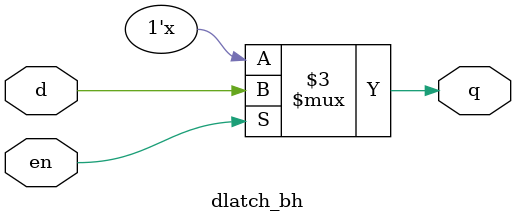
<source format=v>

/**************************************************
P1.1 D-LATCH BEHAVIORAL
************************************************/

module dlatch_bh(q,d,en);

	input en,d;
	output reg q;

	always@(en,q)
		if(en) q=d;

endmodule
</source>
